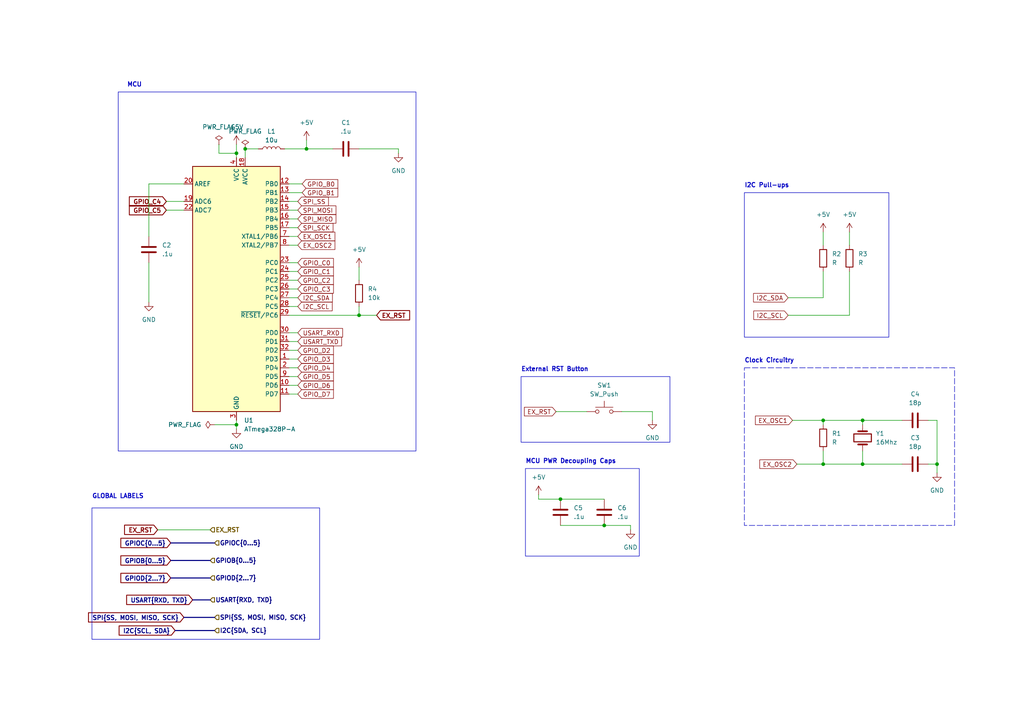
<source format=kicad_sch>
(kicad_sch (version 20230121) (generator eeschema)

  (uuid 7c9119f5-6c09-4948-92f0-14d8d6fbe941)

  (paper "A4")

  (lib_symbols
    (symbol "Device:C" (pin_numbers hide) (pin_names (offset 0.254)) (in_bom yes) (on_board yes)
      (property "Reference" "C" (at 0.635 2.54 0)
        (effects (font (size 1.27 1.27)) (justify left))
      )
      (property "Value" "C" (at 0.635 -2.54 0)
        (effects (font (size 1.27 1.27)) (justify left))
      )
      (property "Footprint" "" (at 0.9652 -3.81 0)
        (effects (font (size 1.27 1.27)) hide)
      )
      (property "Datasheet" "~" (at 0 0 0)
        (effects (font (size 1.27 1.27)) hide)
      )
      (property "ki_keywords" "cap capacitor" (at 0 0 0)
        (effects (font (size 1.27 1.27)) hide)
      )
      (property "ki_description" "Unpolarized capacitor" (at 0 0 0)
        (effects (font (size 1.27 1.27)) hide)
      )
      (property "ki_fp_filters" "C_*" (at 0 0 0)
        (effects (font (size 1.27 1.27)) hide)
      )
      (symbol "C_0_1"
        (polyline
          (pts
            (xy -2.032 -0.762)
            (xy 2.032 -0.762)
          )
          (stroke (width 0.508) (type default))
          (fill (type none))
        )
        (polyline
          (pts
            (xy -2.032 0.762)
            (xy 2.032 0.762)
          )
          (stroke (width 0.508) (type default))
          (fill (type none))
        )
      )
      (symbol "C_1_1"
        (pin passive line (at 0 3.81 270) (length 2.794)
          (name "~" (effects (font (size 1.27 1.27))))
          (number "1" (effects (font (size 1.27 1.27))))
        )
        (pin passive line (at 0 -3.81 90) (length 2.794)
          (name "~" (effects (font (size 1.27 1.27))))
          (number "2" (effects (font (size 1.27 1.27))))
        )
      )
    )
    (symbol "Device:Crystal" (pin_numbers hide) (pin_names (offset 1.016) hide) (in_bom yes) (on_board yes)
      (property "Reference" "Y" (at 0 3.81 0)
        (effects (font (size 1.27 1.27)))
      )
      (property "Value" "Crystal" (at 0 -3.81 0)
        (effects (font (size 1.27 1.27)))
      )
      (property "Footprint" "" (at 0 0 0)
        (effects (font (size 1.27 1.27)) hide)
      )
      (property "Datasheet" "~" (at 0 0 0)
        (effects (font (size 1.27 1.27)) hide)
      )
      (property "ki_keywords" "quartz ceramic resonator oscillator" (at 0 0 0)
        (effects (font (size 1.27 1.27)) hide)
      )
      (property "ki_description" "Two pin crystal" (at 0 0 0)
        (effects (font (size 1.27 1.27)) hide)
      )
      (property "ki_fp_filters" "Crystal*" (at 0 0 0)
        (effects (font (size 1.27 1.27)) hide)
      )
      (symbol "Crystal_0_1"
        (rectangle (start -1.143 2.54) (end 1.143 -2.54)
          (stroke (width 0.3048) (type default))
          (fill (type none))
        )
        (polyline
          (pts
            (xy -2.54 0)
            (xy -1.905 0)
          )
          (stroke (width 0) (type default))
          (fill (type none))
        )
        (polyline
          (pts
            (xy -1.905 -1.27)
            (xy -1.905 1.27)
          )
          (stroke (width 0.508) (type default))
          (fill (type none))
        )
        (polyline
          (pts
            (xy 1.905 -1.27)
            (xy 1.905 1.27)
          )
          (stroke (width 0.508) (type default))
          (fill (type none))
        )
        (polyline
          (pts
            (xy 2.54 0)
            (xy 1.905 0)
          )
          (stroke (width 0) (type default))
          (fill (type none))
        )
      )
      (symbol "Crystal_1_1"
        (pin passive line (at -3.81 0 0) (length 1.27)
          (name "1" (effects (font (size 1.27 1.27))))
          (number "1" (effects (font (size 1.27 1.27))))
        )
        (pin passive line (at 3.81 0 180) (length 1.27)
          (name "2" (effects (font (size 1.27 1.27))))
          (number "2" (effects (font (size 1.27 1.27))))
        )
      )
    )
    (symbol "Device:L" (pin_numbers hide) (pin_names (offset 1.016) hide) (in_bom yes) (on_board yes)
      (property "Reference" "L" (at -1.27 0 90)
        (effects (font (size 1.27 1.27)))
      )
      (property "Value" "L" (at 1.905 0 90)
        (effects (font (size 1.27 1.27)))
      )
      (property "Footprint" "" (at 0 0 0)
        (effects (font (size 1.27 1.27)) hide)
      )
      (property "Datasheet" "~" (at 0 0 0)
        (effects (font (size 1.27 1.27)) hide)
      )
      (property "ki_keywords" "inductor choke coil reactor magnetic" (at 0 0 0)
        (effects (font (size 1.27 1.27)) hide)
      )
      (property "ki_description" "Inductor" (at 0 0 0)
        (effects (font (size 1.27 1.27)) hide)
      )
      (property "ki_fp_filters" "Choke_* *Coil* Inductor_* L_*" (at 0 0 0)
        (effects (font (size 1.27 1.27)) hide)
      )
      (symbol "L_0_1"
        (arc (start 0 -2.54) (mid 0.6323 -1.905) (end 0 -1.27)
          (stroke (width 0) (type default))
          (fill (type none))
        )
        (arc (start 0 -1.27) (mid 0.6323 -0.635) (end 0 0)
          (stroke (width 0) (type default))
          (fill (type none))
        )
        (arc (start 0 0) (mid 0.6323 0.635) (end 0 1.27)
          (stroke (width 0) (type default))
          (fill (type none))
        )
        (arc (start 0 1.27) (mid 0.6323 1.905) (end 0 2.54)
          (stroke (width 0) (type default))
          (fill (type none))
        )
      )
      (symbol "L_1_1"
        (pin passive line (at 0 3.81 270) (length 1.27)
          (name "1" (effects (font (size 1.27 1.27))))
          (number "1" (effects (font (size 1.27 1.27))))
        )
        (pin passive line (at 0 -3.81 90) (length 1.27)
          (name "2" (effects (font (size 1.27 1.27))))
          (number "2" (effects (font (size 1.27 1.27))))
        )
      )
    )
    (symbol "Device:R" (pin_numbers hide) (pin_names (offset 0)) (in_bom yes) (on_board yes)
      (property "Reference" "R" (at 2.032 0 90)
        (effects (font (size 1.27 1.27)))
      )
      (property "Value" "R" (at 0 0 90)
        (effects (font (size 1.27 1.27)))
      )
      (property "Footprint" "" (at -1.778 0 90)
        (effects (font (size 1.27 1.27)) hide)
      )
      (property "Datasheet" "~" (at 0 0 0)
        (effects (font (size 1.27 1.27)) hide)
      )
      (property "ki_keywords" "R res resistor" (at 0 0 0)
        (effects (font (size 1.27 1.27)) hide)
      )
      (property "ki_description" "Resistor" (at 0 0 0)
        (effects (font (size 1.27 1.27)) hide)
      )
      (property "ki_fp_filters" "R_*" (at 0 0 0)
        (effects (font (size 1.27 1.27)) hide)
      )
      (symbol "R_0_1"
        (rectangle (start -1.016 -2.54) (end 1.016 2.54)
          (stroke (width 0.254) (type default))
          (fill (type none))
        )
      )
      (symbol "R_1_1"
        (pin passive line (at 0 3.81 270) (length 1.27)
          (name "~" (effects (font (size 1.27 1.27))))
          (number "1" (effects (font (size 1.27 1.27))))
        )
        (pin passive line (at 0 -3.81 90) (length 1.27)
          (name "~" (effects (font (size 1.27 1.27))))
          (number "2" (effects (font (size 1.27 1.27))))
        )
      )
    )
    (symbol "MCU_Microchip_ATmega:ATmega328P-A" (in_bom yes) (on_board yes)
      (property "Reference" "U" (at -12.7 36.83 0)
        (effects (font (size 1.27 1.27)) (justify left bottom))
      )
      (property "Value" "ATmega328P-A" (at 2.54 -36.83 0)
        (effects (font (size 1.27 1.27)) (justify left top))
      )
      (property "Footprint" "Package_QFP:TQFP-32_7x7mm_P0.8mm" (at 0 0 0)
        (effects (font (size 1.27 1.27) italic) hide)
      )
      (property "Datasheet" "http://ww1.microchip.com/downloads/en/DeviceDoc/ATmega328_P%20AVR%20MCU%20with%20picoPower%20Technology%20Data%20Sheet%2040001984A.pdf" (at 0 0 0)
        (effects (font (size 1.27 1.27)) hide)
      )
      (property "ki_keywords" "AVR 8bit Microcontroller MegaAVR PicoPower" (at 0 0 0)
        (effects (font (size 1.27 1.27)) hide)
      )
      (property "ki_description" "20MHz, 32kB Flash, 2kB SRAM, 1kB EEPROM, TQFP-32" (at 0 0 0)
        (effects (font (size 1.27 1.27)) hide)
      )
      (property "ki_fp_filters" "TQFP*7x7mm*P0.8mm*" (at 0 0 0)
        (effects (font (size 1.27 1.27)) hide)
      )
      (symbol "ATmega328P-A_0_1"
        (rectangle (start -12.7 -35.56) (end 12.7 35.56)
          (stroke (width 0.254) (type default))
          (fill (type background))
        )
      )
      (symbol "ATmega328P-A_1_1"
        (pin bidirectional line (at 15.24 -20.32 180) (length 2.54)
          (name "PD3" (effects (font (size 1.27 1.27))))
          (number "1" (effects (font (size 1.27 1.27))))
        )
        (pin bidirectional line (at 15.24 -27.94 180) (length 2.54)
          (name "PD6" (effects (font (size 1.27 1.27))))
          (number "10" (effects (font (size 1.27 1.27))))
        )
        (pin bidirectional line (at 15.24 -30.48 180) (length 2.54)
          (name "PD7" (effects (font (size 1.27 1.27))))
          (number "11" (effects (font (size 1.27 1.27))))
        )
        (pin bidirectional line (at 15.24 30.48 180) (length 2.54)
          (name "PB0" (effects (font (size 1.27 1.27))))
          (number "12" (effects (font (size 1.27 1.27))))
        )
        (pin bidirectional line (at 15.24 27.94 180) (length 2.54)
          (name "PB1" (effects (font (size 1.27 1.27))))
          (number "13" (effects (font (size 1.27 1.27))))
        )
        (pin bidirectional line (at 15.24 25.4 180) (length 2.54)
          (name "PB2" (effects (font (size 1.27 1.27))))
          (number "14" (effects (font (size 1.27 1.27))))
        )
        (pin bidirectional line (at 15.24 22.86 180) (length 2.54)
          (name "PB3" (effects (font (size 1.27 1.27))))
          (number "15" (effects (font (size 1.27 1.27))))
        )
        (pin bidirectional line (at 15.24 20.32 180) (length 2.54)
          (name "PB4" (effects (font (size 1.27 1.27))))
          (number "16" (effects (font (size 1.27 1.27))))
        )
        (pin bidirectional line (at 15.24 17.78 180) (length 2.54)
          (name "PB5" (effects (font (size 1.27 1.27))))
          (number "17" (effects (font (size 1.27 1.27))))
        )
        (pin power_in line (at 2.54 38.1 270) (length 2.54)
          (name "AVCC" (effects (font (size 1.27 1.27))))
          (number "18" (effects (font (size 1.27 1.27))))
        )
        (pin input line (at -15.24 25.4 0) (length 2.54)
          (name "ADC6" (effects (font (size 1.27 1.27))))
          (number "19" (effects (font (size 1.27 1.27))))
        )
        (pin bidirectional line (at 15.24 -22.86 180) (length 2.54)
          (name "PD4" (effects (font (size 1.27 1.27))))
          (number "2" (effects (font (size 1.27 1.27))))
        )
        (pin passive line (at -15.24 30.48 0) (length 2.54)
          (name "AREF" (effects (font (size 1.27 1.27))))
          (number "20" (effects (font (size 1.27 1.27))))
        )
        (pin passive line (at 0 -38.1 90) (length 2.54) hide
          (name "GND" (effects (font (size 1.27 1.27))))
          (number "21" (effects (font (size 1.27 1.27))))
        )
        (pin input line (at -15.24 22.86 0) (length 2.54)
          (name "ADC7" (effects (font (size 1.27 1.27))))
          (number "22" (effects (font (size 1.27 1.27))))
        )
        (pin bidirectional line (at 15.24 7.62 180) (length 2.54)
          (name "PC0" (effects (font (size 1.27 1.27))))
          (number "23" (effects (font (size 1.27 1.27))))
        )
        (pin bidirectional line (at 15.24 5.08 180) (length 2.54)
          (name "PC1" (effects (font (size 1.27 1.27))))
          (number "24" (effects (font (size 1.27 1.27))))
        )
        (pin bidirectional line (at 15.24 2.54 180) (length 2.54)
          (name "PC2" (effects (font (size 1.27 1.27))))
          (number "25" (effects (font (size 1.27 1.27))))
        )
        (pin bidirectional line (at 15.24 0 180) (length 2.54)
          (name "PC3" (effects (font (size 1.27 1.27))))
          (number "26" (effects (font (size 1.27 1.27))))
        )
        (pin bidirectional line (at 15.24 -2.54 180) (length 2.54)
          (name "PC4" (effects (font (size 1.27 1.27))))
          (number "27" (effects (font (size 1.27 1.27))))
        )
        (pin bidirectional line (at 15.24 -5.08 180) (length 2.54)
          (name "PC5" (effects (font (size 1.27 1.27))))
          (number "28" (effects (font (size 1.27 1.27))))
        )
        (pin bidirectional line (at 15.24 -7.62 180) (length 2.54)
          (name "~{RESET}/PC6" (effects (font (size 1.27 1.27))))
          (number "29" (effects (font (size 1.27 1.27))))
        )
        (pin power_in line (at 0 -38.1 90) (length 2.54)
          (name "GND" (effects (font (size 1.27 1.27))))
          (number "3" (effects (font (size 1.27 1.27))))
        )
        (pin bidirectional line (at 15.24 -12.7 180) (length 2.54)
          (name "PD0" (effects (font (size 1.27 1.27))))
          (number "30" (effects (font (size 1.27 1.27))))
        )
        (pin bidirectional line (at 15.24 -15.24 180) (length 2.54)
          (name "PD1" (effects (font (size 1.27 1.27))))
          (number "31" (effects (font (size 1.27 1.27))))
        )
        (pin bidirectional line (at 15.24 -17.78 180) (length 2.54)
          (name "PD2" (effects (font (size 1.27 1.27))))
          (number "32" (effects (font (size 1.27 1.27))))
        )
        (pin power_in line (at 0 38.1 270) (length 2.54)
          (name "VCC" (effects (font (size 1.27 1.27))))
          (number "4" (effects (font (size 1.27 1.27))))
        )
        (pin passive line (at 0 -38.1 90) (length 2.54) hide
          (name "GND" (effects (font (size 1.27 1.27))))
          (number "5" (effects (font (size 1.27 1.27))))
        )
        (pin passive line (at 0 38.1 270) (length 2.54) hide
          (name "VCC" (effects (font (size 1.27 1.27))))
          (number "6" (effects (font (size 1.27 1.27))))
        )
        (pin bidirectional line (at 15.24 15.24 180) (length 2.54)
          (name "XTAL1/PB6" (effects (font (size 1.27 1.27))))
          (number "7" (effects (font (size 1.27 1.27))))
        )
        (pin bidirectional line (at 15.24 12.7 180) (length 2.54)
          (name "XTAL2/PB7" (effects (font (size 1.27 1.27))))
          (number "8" (effects (font (size 1.27 1.27))))
        )
        (pin bidirectional line (at 15.24 -25.4 180) (length 2.54)
          (name "PD5" (effects (font (size 1.27 1.27))))
          (number "9" (effects (font (size 1.27 1.27))))
        )
      )
    )
    (symbol "Switch:SW_Push" (pin_numbers hide) (pin_names (offset 1.016) hide) (in_bom yes) (on_board yes)
      (property "Reference" "SW" (at 1.27 2.54 0)
        (effects (font (size 1.27 1.27)) (justify left))
      )
      (property "Value" "SW_Push" (at 0 -1.524 0)
        (effects (font (size 1.27 1.27)))
      )
      (property "Footprint" "" (at 0 5.08 0)
        (effects (font (size 1.27 1.27)) hide)
      )
      (property "Datasheet" "~" (at 0 5.08 0)
        (effects (font (size 1.27 1.27)) hide)
      )
      (property "ki_keywords" "switch normally-open pushbutton push-button" (at 0 0 0)
        (effects (font (size 1.27 1.27)) hide)
      )
      (property "ki_description" "Push button switch, generic, two pins" (at 0 0 0)
        (effects (font (size 1.27 1.27)) hide)
      )
      (symbol "SW_Push_0_1"
        (circle (center -2.032 0) (radius 0.508)
          (stroke (width 0) (type default))
          (fill (type none))
        )
        (polyline
          (pts
            (xy 0 1.27)
            (xy 0 3.048)
          )
          (stroke (width 0) (type default))
          (fill (type none))
        )
        (polyline
          (pts
            (xy 2.54 1.27)
            (xy -2.54 1.27)
          )
          (stroke (width 0) (type default))
          (fill (type none))
        )
        (circle (center 2.032 0) (radius 0.508)
          (stroke (width 0) (type default))
          (fill (type none))
        )
        (pin passive line (at -5.08 0 0) (length 2.54)
          (name "1" (effects (font (size 1.27 1.27))))
          (number "1" (effects (font (size 1.27 1.27))))
        )
        (pin passive line (at 5.08 0 180) (length 2.54)
          (name "2" (effects (font (size 1.27 1.27))))
          (number "2" (effects (font (size 1.27 1.27))))
        )
      )
    )
    (symbol "power:+5V" (power) (pin_names (offset 0)) (in_bom yes) (on_board yes)
      (property "Reference" "#PWR" (at 0 -3.81 0)
        (effects (font (size 1.27 1.27)) hide)
      )
      (property "Value" "+5V" (at 0 3.556 0)
        (effects (font (size 1.27 1.27)))
      )
      (property "Footprint" "" (at 0 0 0)
        (effects (font (size 1.27 1.27)) hide)
      )
      (property "Datasheet" "" (at 0 0 0)
        (effects (font (size 1.27 1.27)) hide)
      )
      (property "ki_keywords" "global power" (at 0 0 0)
        (effects (font (size 1.27 1.27)) hide)
      )
      (property "ki_description" "Power symbol creates a global label with name \"+5V\"" (at 0 0 0)
        (effects (font (size 1.27 1.27)) hide)
      )
      (symbol "+5V_0_1"
        (polyline
          (pts
            (xy -0.762 1.27)
            (xy 0 2.54)
          )
          (stroke (width 0) (type default))
          (fill (type none))
        )
        (polyline
          (pts
            (xy 0 0)
            (xy 0 2.54)
          )
          (stroke (width 0) (type default))
          (fill (type none))
        )
        (polyline
          (pts
            (xy 0 2.54)
            (xy 0.762 1.27)
          )
          (stroke (width 0) (type default))
          (fill (type none))
        )
      )
      (symbol "+5V_1_1"
        (pin power_in line (at 0 0 90) (length 0) hide
          (name "+5V" (effects (font (size 1.27 1.27))))
          (number "1" (effects (font (size 1.27 1.27))))
        )
      )
    )
    (symbol "power:GND" (power) (pin_names (offset 0)) (in_bom yes) (on_board yes)
      (property "Reference" "#PWR" (at 0 -6.35 0)
        (effects (font (size 1.27 1.27)) hide)
      )
      (property "Value" "GND" (at 0 -3.81 0)
        (effects (font (size 1.27 1.27)))
      )
      (property "Footprint" "" (at 0 0 0)
        (effects (font (size 1.27 1.27)) hide)
      )
      (property "Datasheet" "" (at 0 0 0)
        (effects (font (size 1.27 1.27)) hide)
      )
      (property "ki_keywords" "global power" (at 0 0 0)
        (effects (font (size 1.27 1.27)) hide)
      )
      (property "ki_description" "Power symbol creates a global label with name \"GND\" , ground" (at 0 0 0)
        (effects (font (size 1.27 1.27)) hide)
      )
      (symbol "GND_0_1"
        (polyline
          (pts
            (xy 0 0)
            (xy 0 -1.27)
            (xy 1.27 -1.27)
            (xy 0 -2.54)
            (xy -1.27 -1.27)
            (xy 0 -1.27)
          )
          (stroke (width 0) (type default))
          (fill (type none))
        )
      )
      (symbol "GND_1_1"
        (pin power_in line (at 0 0 270) (length 0) hide
          (name "GND" (effects (font (size 1.27 1.27))))
          (number "1" (effects (font (size 1.27 1.27))))
        )
      )
    )
    (symbol "power:PWR_FLAG" (power) (pin_numbers hide) (pin_names (offset 0) hide) (in_bom yes) (on_board yes)
      (property "Reference" "#FLG" (at 0 1.905 0)
        (effects (font (size 1.27 1.27)) hide)
      )
      (property "Value" "PWR_FLAG" (at 0 3.81 0)
        (effects (font (size 1.27 1.27)))
      )
      (property "Footprint" "" (at 0 0 0)
        (effects (font (size 1.27 1.27)) hide)
      )
      (property "Datasheet" "~" (at 0 0 0)
        (effects (font (size 1.27 1.27)) hide)
      )
      (property "ki_keywords" "flag power" (at 0 0 0)
        (effects (font (size 1.27 1.27)) hide)
      )
      (property "ki_description" "Special symbol for telling ERC where power comes from" (at 0 0 0)
        (effects (font (size 1.27 1.27)) hide)
      )
      (symbol "PWR_FLAG_0_0"
        (pin power_out line (at 0 0 90) (length 0)
          (name "pwr" (effects (font (size 1.27 1.27))))
          (number "1" (effects (font (size 1.27 1.27))))
        )
      )
      (symbol "PWR_FLAG_0_1"
        (polyline
          (pts
            (xy 0 0)
            (xy 0 1.27)
            (xy -1.016 1.905)
            (xy 0 2.54)
            (xy 1.016 1.905)
            (xy 0 1.27)
          )
          (stroke (width 0) (type default))
          (fill (type none))
        )
      )
    )
  )

  (junction (at 250.19 121.92) (diameter 0) (color 0 0 0 0)
    (uuid 03ccc1e5-4bb4-4312-b116-04bd67b6b63a)
  )
  (junction (at 68.58 44.45) (diameter 0) (color 0 0 0 0)
    (uuid 09b4c0ab-a384-4f8d-8dc6-c3d64dde9f9d)
  )
  (junction (at 104.14 91.44) (diameter 0) (color 0 0 0 0)
    (uuid 0e3ca338-db53-45e7-8953-248775565cbe)
  )
  (junction (at 71.12 43.18) (diameter 0) (color 0 0 0 0)
    (uuid 5a0ab97c-1031-4445-aba0-b8ff6fa437e5)
  )
  (junction (at 250.19 134.62) (diameter 0) (color 0 0 0 0)
    (uuid 5b27f045-dee9-491d-84c3-01df9e29137e)
  )
  (junction (at 68.58 123.19) (diameter 0) (color 0 0 0 0)
    (uuid 7dba0a9b-f524-4aa3-b144-94925331646a)
  )
  (junction (at 238.76 121.92) (diameter 0) (color 0 0 0 0)
    (uuid 91ff9796-05c2-40ce-8b01-40b8f11f6480)
  )
  (junction (at 271.78 134.62) (diameter 0) (color 0 0 0 0)
    (uuid 9d9e0b87-eb90-40b6-90f2-51f8856fa1bf)
  )
  (junction (at 162.56 144.78) (diameter 0) (color 0 0 0 0)
    (uuid c179fc04-67df-482e-830d-8afdfc468fa6)
  )
  (junction (at 238.76 134.62) (diameter 0) (color 0 0 0 0)
    (uuid c6a63a8f-0674-4a82-b954-a6544e8d2f7f)
  )
  (junction (at 175.26 152.4) (diameter 0) (color 0 0 0 0)
    (uuid f51d4d4d-714b-4547-ac1f-eaaf26404384)
  )
  (junction (at 88.9 43.18) (diameter 0) (color 0 0 0 0)
    (uuid fbd06a39-d145-4b34-9d0b-5d22b797854e)
  )

  (wire (pts (xy 43.18 76.2) (xy 43.18 87.63))
    (stroke (width 0) (type default))
    (uuid 0299c6f1-9960-40eb-8789-e4c9a7802a18)
  )
  (wire (pts (xy 71.12 43.18) (xy 74.93 43.18))
    (stroke (width 0) (type default))
    (uuid 066cbe57-3150-4d6b-a19d-ff38e6f9cd4a)
  )
  (wire (pts (xy 271.78 121.92) (xy 271.78 134.62))
    (stroke (width 0) (type default))
    (uuid 097e9751-cbaa-4915-a572-20c24ab81041)
  )
  (wire (pts (xy 83.82 106.68) (xy 86.36 106.68))
    (stroke (width 0) (type default))
    (uuid 099b7c01-f6ab-4085-991d-6ff35843ef5f)
  )
  (wire (pts (xy 161.29 119.38) (xy 170.18 119.38))
    (stroke (width 0) (type default))
    (uuid 1465321d-f713-4e18-93a7-2dfe9a025023)
  )
  (wire (pts (xy 83.82 68.58) (xy 86.36 68.58))
    (stroke (width 0) (type default))
    (uuid 14d9603d-3b66-4e0e-a17c-855482e5d207)
  )
  (wire (pts (xy 83.82 81.28) (xy 86.36 81.28))
    (stroke (width 0) (type default))
    (uuid 18af946d-f68a-4578-8c7a-f899b758ce62)
  )
  (wire (pts (xy 83.82 96.52) (xy 86.36 96.52))
    (stroke (width 0) (type default))
    (uuid 1920db22-4688-4444-8fdc-881c0f83ad4d)
  )
  (wire (pts (xy 269.24 134.62) (xy 271.78 134.62))
    (stroke (width 0) (type default))
    (uuid 1d66bc5f-44e8-4ea3-8cc9-1d7e83d28ad9)
  )
  (wire (pts (xy 104.14 91.44) (xy 109.22 91.44))
    (stroke (width 0) (type default))
    (uuid 2118237c-d89f-46eb-b543-542229a5bc8f)
  )
  (bus (pts (xy 49.53 157.48) (xy 62.23 157.48))
    (stroke (width 0) (type default))
    (uuid 24aca1f4-9764-4bb9-8d1e-a1dfbe31e6b2)
  )

  (wire (pts (xy 68.58 41.91) (xy 68.58 44.45))
    (stroke (width 0) (type default))
    (uuid 2655d7a3-5b86-4041-b2cd-6e48f2a640ad)
  )
  (wire (pts (xy 250.19 121.92) (xy 250.19 123.19))
    (stroke (width 0) (type default))
    (uuid 2da00ea1-96dc-4e60-a36a-45261615d112)
  )
  (wire (pts (xy 83.82 53.34) (xy 87.63 53.34))
    (stroke (width 0) (type default))
    (uuid 3c7acff7-1da2-4950-9795-b7264ace3ef1)
  )
  (wire (pts (xy 62.23 123.19) (xy 68.58 123.19))
    (stroke (width 0) (type default))
    (uuid 400ab09a-dbd8-43bc-9c33-72fb8862c6f6)
  )
  (wire (pts (xy 83.82 101.6) (xy 86.36 101.6))
    (stroke (width 0) (type default))
    (uuid 44bca2b7-1b3b-4adc-8938-9bf04d1bde74)
  )
  (wire (pts (xy 88.9 43.18) (xy 96.52 43.18))
    (stroke (width 0) (type default))
    (uuid 4599cef6-d903-479d-9fcb-e084e4d40ca3)
  )
  (wire (pts (xy 83.82 114.3) (xy 86.36 114.3))
    (stroke (width 0) (type default))
    (uuid 528b3a94-d74c-4618-acaa-2ef0db524be0)
  )
  (wire (pts (xy 229.87 121.92) (xy 238.76 121.92))
    (stroke (width 0) (type default))
    (uuid 5707409e-204b-4fae-8fad-2d359104e9df)
  )
  (bus (pts (xy 49.53 162.56) (xy 60.96 162.56))
    (stroke (width 0) (type default))
    (uuid 57fc29c9-866e-469f-88a1-45b90a849013)
  )

  (wire (pts (xy 53.34 53.34) (xy 43.18 53.34))
    (stroke (width 0) (type default))
    (uuid 5b1c4cad-ca06-4404-852a-7c6da937cd91)
  )
  (wire (pts (xy 228.6 86.36) (xy 238.76 86.36))
    (stroke (width 0) (type default))
    (uuid 5c1fd791-4853-4cab-826a-34dc8c1f209d)
  )
  (wire (pts (xy 115.57 43.18) (xy 115.57 44.45))
    (stroke (width 0) (type default))
    (uuid 5cf4af89-0520-475b-9c70-60e7c3914e1d)
  )
  (wire (pts (xy 156.21 144.78) (xy 162.56 144.78))
    (stroke (width 0) (type default))
    (uuid 5da39604-ece7-4618-959d-484597165dfa)
  )
  (wire (pts (xy 180.34 119.38) (xy 189.23 119.38))
    (stroke (width 0) (type default))
    (uuid 62b4a7d7-c290-449e-b58f-40115e98568d)
  )
  (wire (pts (xy 88.9 40.64) (xy 88.9 43.18))
    (stroke (width 0) (type default))
    (uuid 64f3d420-c322-428a-85f2-333273f96991)
  )
  (wire (pts (xy 71.12 45.72) (xy 71.12 43.18))
    (stroke (width 0) (type default))
    (uuid 6849f8b9-59d3-47b6-b67b-df82f685a3e3)
  )
  (wire (pts (xy 83.82 58.42) (xy 86.36 58.42))
    (stroke (width 0) (type default))
    (uuid 6b313984-f4f7-48ed-af50-95d4ab8e31de)
  )
  (wire (pts (xy 83.82 66.04) (xy 86.36 66.04))
    (stroke (width 0) (type default))
    (uuid 71013b02-fdc8-4476-a6a5-2ca9d4fd480b)
  )
  (wire (pts (xy 63.5 44.45) (xy 68.58 44.45))
    (stroke (width 0) (type default))
    (uuid 76112f17-f197-4bb3-a6c9-f06d18cc0df5)
  )
  (wire (pts (xy 48.26 60.96) (xy 53.34 60.96))
    (stroke (width 0) (type default))
    (uuid 77c80ba8-7e04-4e4d-a361-5eeffd2c669d)
  )
  (wire (pts (xy 48.26 58.42) (xy 53.34 58.42))
    (stroke (width 0) (type default))
    (uuid 7854e3a5-102a-4182-9cee-9e7750f05283)
  )
  (wire (pts (xy 104.14 77.47) (xy 104.14 81.28))
    (stroke (width 0) (type default))
    (uuid 7cd7775a-8096-4756-a8c7-6905874fce80)
  )
  (wire (pts (xy 83.82 63.5) (xy 86.36 63.5))
    (stroke (width 0) (type default))
    (uuid 80f74046-fe14-494f-bab1-f9e200c08dae)
  )
  (wire (pts (xy 83.82 76.2) (xy 86.36 76.2))
    (stroke (width 0) (type default))
    (uuid 82dcea8c-f124-4395-90e1-ff3dab12d619)
  )
  (wire (pts (xy 246.38 78.74) (xy 246.38 91.44))
    (stroke (width 0) (type default))
    (uuid 84e4d5eb-a29f-4d72-934b-d3d90554a3ed)
  )
  (wire (pts (xy 238.76 86.36) (xy 238.76 78.74))
    (stroke (width 0) (type default))
    (uuid 85c80876-e472-4d7c-815c-1e19dd409801)
  )
  (wire (pts (xy 83.82 78.74) (xy 86.36 78.74))
    (stroke (width 0) (type default))
    (uuid 8777bbff-c9ba-4b88-9244-15c0d2a8d1c2)
  )
  (wire (pts (xy 83.82 104.14) (xy 86.36 104.14))
    (stroke (width 0) (type default))
    (uuid 889bb8f3-75ce-4d79-8055-6a93045d1405)
  )
  (wire (pts (xy 63.5 41.91) (xy 63.5 44.45))
    (stroke (width 0) (type default))
    (uuid 8a205396-3b7d-44ed-b7cc-49104d788a02)
  )
  (wire (pts (xy 68.58 121.92) (xy 68.58 123.19))
    (stroke (width 0) (type default))
    (uuid 8b2f6748-f22f-48bd-8ee2-42c7e71122fd)
  )
  (wire (pts (xy 83.82 83.82) (xy 86.36 83.82))
    (stroke (width 0) (type default))
    (uuid 8c28e9a4-a6b6-42d1-9c7a-fdf9b6dbcc50)
  )
  (wire (pts (xy 104.14 88.9) (xy 104.14 91.44))
    (stroke (width 0) (type default))
    (uuid 8cc354fd-0cc8-4216-98e3-3ed35bbae0e6)
  )
  (wire (pts (xy 156.21 143.51) (xy 156.21 144.78))
    (stroke (width 0) (type default))
    (uuid 8f59e20e-a746-4f13-9983-339c8a486e79)
  )
  (wire (pts (xy 271.78 134.62) (xy 271.78 137.16))
    (stroke (width 0) (type default))
    (uuid 93daeecd-1917-445d-aece-85f51cdb467f)
  )
  (wire (pts (xy 83.82 71.12) (xy 86.36 71.12))
    (stroke (width 0) (type default))
    (uuid 9475b7b8-340e-467f-8f8c-2438f2bb9e67)
  )
  (wire (pts (xy 83.82 86.36) (xy 86.36 86.36))
    (stroke (width 0) (type default))
    (uuid 98df8f0f-35de-4bd2-9c89-e6dc7539583d)
  )
  (bus (pts (xy 49.53 167.64) (xy 60.96 167.64))
    (stroke (width 0) (type default))
    (uuid 9b6b6a76-afdd-4c46-9579-f8b7e6d6a414)
  )

  (wire (pts (xy 83.82 109.22) (xy 86.36 109.22))
    (stroke (width 0) (type default))
    (uuid 9c03a17d-afff-41e1-bd41-51e494f0dd88)
  )
  (wire (pts (xy 83.82 91.44) (xy 104.14 91.44))
    (stroke (width 0) (type default))
    (uuid 9dd10164-2730-492d-a3e7-936deb45aab1)
  )
  (wire (pts (xy 250.19 121.92) (xy 261.62 121.92))
    (stroke (width 0) (type default))
    (uuid a353a31b-c9b5-480c-b008-0ada8a4dc670)
  )
  (bus (pts (xy 53.34 179.07) (xy 62.23 179.07))
    (stroke (width 0) (type default))
    (uuid aa3c840e-f501-4852-a9d6-05f2be1f1529)
  )
  (bus (pts (xy 55.88 173.99) (xy 60.96 173.99))
    (stroke (width 0) (type default))
    (uuid ae8ba33e-ccae-4d96-b923-9ab9e5a546ce)
  )

  (wire (pts (xy 246.38 67.31) (xy 246.38 71.12))
    (stroke (width 0) (type default))
    (uuid b35d3205-779a-4fcd-8f52-0a7cc2bca8f7)
  )
  (wire (pts (xy 162.56 152.4) (xy 175.26 152.4))
    (stroke (width 0) (type default))
    (uuid b3a13de1-4ee6-4b95-8806-9b1d61370337)
  )
  (wire (pts (xy 68.58 44.45) (xy 68.58 45.72))
    (stroke (width 0) (type default))
    (uuid b93523f8-1480-48d8-9bbf-a7fd5f3446da)
  )
  (wire (pts (xy 175.26 152.4) (xy 182.88 152.4))
    (stroke (width 0) (type default))
    (uuid baddccb5-6f01-4ec2-8b99-8a70be0a1b0f)
  )
  (wire (pts (xy 250.19 130.81) (xy 250.19 134.62))
    (stroke (width 0) (type default))
    (uuid bfa84441-20d5-4985-882a-1cea4ea3a6f3)
  )
  (wire (pts (xy 82.55 43.18) (xy 88.9 43.18))
    (stroke (width 0) (type default))
    (uuid bfef04b2-6faa-453e-bf59-98e3c09652ca)
  )
  (wire (pts (xy 189.23 119.38) (xy 189.23 121.92))
    (stroke (width 0) (type default))
    (uuid c18b0ed6-0ef3-4128-94c6-68e67e75c70d)
  )
  (wire (pts (xy 238.76 134.62) (xy 250.19 134.62))
    (stroke (width 0) (type default))
    (uuid c56c0cf6-a121-43dc-bbab-699255869283)
  )
  (wire (pts (xy 104.14 43.18) (xy 115.57 43.18))
    (stroke (width 0) (type default))
    (uuid c6ef5829-40eb-4616-b63a-9bbbc65e2aa0)
  )
  (wire (pts (xy 68.58 123.19) (xy 68.58 124.46))
    (stroke (width 0) (type default))
    (uuid c89051ca-176c-4d9a-b537-b046165b6431)
  )
  (wire (pts (xy 250.19 134.62) (xy 261.62 134.62))
    (stroke (width 0) (type default))
    (uuid cd590dc8-2d92-4c1f-a3dd-39bcd4cd66a9)
  )
  (wire (pts (xy 83.82 60.96) (xy 86.36 60.96))
    (stroke (width 0) (type default))
    (uuid d0003b87-97ce-44e2-bc29-73eb0257597f)
  )
  (wire (pts (xy 238.76 67.31) (xy 238.76 71.12))
    (stroke (width 0) (type default))
    (uuid d3a346e5-12cd-4bd5-b28c-6ee6c5584654)
  )
  (bus (pts (xy 50.8 182.88) (xy 62.23 182.88))
    (stroke (width 0) (type default))
    (uuid d758c812-2375-4701-af6b-9df554126a22)
  )

  (wire (pts (xy 182.88 152.4) (xy 182.88 153.67))
    (stroke (width 0) (type default))
    (uuid dbb1aac7-020a-4cbb-bbac-55aeb3fbaf11)
  )
  (wire (pts (xy 228.6 91.44) (xy 246.38 91.44))
    (stroke (width 0) (type default))
    (uuid dc4e9a29-26f7-4ef8-ae1b-9ed7504624eb)
  )
  (wire (pts (xy 43.18 53.34) (xy 43.18 68.58))
    (stroke (width 0) (type default))
    (uuid e0e08156-fd5a-4692-a857-4a4a5221807b)
  )
  (wire (pts (xy 238.76 130.81) (xy 238.76 134.62))
    (stroke (width 0) (type default))
    (uuid e11f7457-d415-4daa-851c-46fa7e58f582)
  )
  (wire (pts (xy 269.24 121.92) (xy 271.78 121.92))
    (stroke (width 0) (type default))
    (uuid e5eccc6e-cff3-44f6-ac71-d6ff99d1d8c3)
  )
  (wire (pts (xy 83.82 99.06) (xy 86.36 99.06))
    (stroke (width 0) (type default))
    (uuid e8e63cdc-9efc-4087-9637-96f4b436990f)
  )
  (wire (pts (xy 83.82 88.9) (xy 86.36 88.9))
    (stroke (width 0) (type default))
    (uuid e93e91bf-9814-46ef-b9ca-a100a79eeb9f)
  )
  (wire (pts (xy 238.76 121.92) (xy 238.76 123.19))
    (stroke (width 0) (type default))
    (uuid e9f82b02-5902-43b9-b4c1-cd113e52b423)
  )
  (wire (pts (xy 162.56 144.78) (xy 175.26 144.78))
    (stroke (width 0) (type default))
    (uuid ea733e1f-867a-4cab-983c-535d68920f5c)
  )
  (wire (pts (xy 45.72 153.67) (xy 60.96 153.67))
    (stroke (width 0) (type default))
    (uuid efa7252e-1c4d-4576-ad00-f86b5de85c98)
  )
  (wire (pts (xy 238.76 121.92) (xy 250.19 121.92))
    (stroke (width 0) (type default))
    (uuid f43f5fc7-4ad3-4eae-be97-78f1d6cc74d1)
  )
  (wire (pts (xy 231.14 134.62) (xy 238.76 134.62))
    (stroke (width 0) (type default))
    (uuid f6fb64c1-57de-4d67-a01e-bcedb1f80e03)
  )
  (wire (pts (xy 83.82 111.76) (xy 86.36 111.76))
    (stroke (width 0) (type default))
    (uuid f9bd6e7a-9e31-409a-9735-580451fa643a)
  )
  (wire (pts (xy 83.82 55.88) (xy 87.63 55.88))
    (stroke (width 0) (type default))
    (uuid fa2f5da3-ad57-4f60-925a-7024fe3d92f3)
  )

  (rectangle (start 152.4 135.89) (end 185.42 161.29)
    (stroke (width 0) (type default))
    (fill (type none))
    (uuid 2d1cf4af-4908-4188-962e-f8ed37fcb358)
  )
  (rectangle (start 215.9 55.88) (end 257.81 97.79)
    (stroke (width 0) (type default))
    (fill (type none))
    (uuid 6f4294aa-534f-412f-a5c5-83339a220115)
  )
  (rectangle (start 151.13 109.22) (end 194.31 128.27)
    (stroke (width 0) (type default))
    (fill (type none))
    (uuid 7234db9e-1abd-4a3b-bb12-b8b8d32f89d4)
  )
  (rectangle (start 215.9 106.68) (end 276.86 152.4)
    (stroke (width 0) (type dash))
    (fill (type none))
    (uuid 875a0a6e-f392-4b65-aa37-0bb0f6d5f6f3)
  )
  (rectangle (start 26.67 147.32) (end 92.71 185.42)
    (stroke (width 0) (type default))
    (fill (type none))
    (uuid 9e392e90-2110-476a-9bcb-9e5c3ddf0399)
  )
  (rectangle (start 34.29 26.67) (end 120.65 130.81)
    (stroke (width 0) (type default))
    (fill (type none))
    (uuid b1379bf6-c944-406b-bc4c-1a4ff6edd7ad)
  )

  (text "MCU" (at 36.83 25.4 0)
    (effects (font (size 1.27 1.27) (thickness 0.254) bold) (justify left bottom))
    (uuid 348d47b7-d429-481c-adde-01542f11e1d7)
  )
  (text "MCU PWR Decoupling Caps\n" (at 152.4 134.62 0)
    (effects (font (size 1.27 1.27) (thickness 0.254) bold) (justify left bottom))
    (uuid 47d7cc2c-a78d-4faa-ae7b-1fef11d0ff0e)
  )
  (text "External RST Button\n" (at 151.13 107.95 0)
    (effects (font (size 1.27 1.27) (thickness 0.254) bold) (justify left bottom))
    (uuid 4bb1cbb6-dbcb-4a63-a26c-d9b83aaf8a23)
  )
  (text "Clock Circuitry\n" (at 215.9 105.41 0)
    (effects (font (size 1.27 1.27) (thickness 0.254) bold) (justify left bottom))
    (uuid b4c703c2-5470-40bd-bbcf-1d8cc51f0863)
  )
  (text "I2C Pull-ups\n" (at 215.9 54.61 0)
    (effects (font (size 1.27 1.27) (thickness 0.254) bold) (justify left bottom))
    (uuid c7efc859-78f0-4b63-b956-8ba109ba10f7)
  )
  (text "GLOBAL LABELS\n" (at 26.67 144.78 0)
    (effects (font (size 1.27 1.27) bold) (justify left bottom))
    (uuid eaa9cb14-8e0f-463b-a40f-ecf0010f6e1b)
  )

  (global_label "EX_RST" (shape input) (at 161.29 119.38 180) (fields_autoplaced)
    (effects (font (size 1.27 1.27)) (justify right))
    (uuid 0d5a395f-7fc9-4a0e-8ad3-9a65d202231e)
    (property "Intersheetrefs" "${INTERSHEET_REFS}" (at 151.5316 119.38 0)
      (effects (font (size 1.27 1.27)) (justify right) hide)
    )
  )
  (global_label "SPI_MOSI" (shape input) (at 86.36 60.96 0) (fields_autoplaced)
    (effects (font (size 1.27 1.27)) (justify left))
    (uuid 10257ec8-c5bb-45da-addf-a640ca796b3b)
    (property "Intersheetrefs" "${INTERSHEET_REFS}" (at 97.9933 60.96 0)
      (effects (font (size 1.27 1.27)) (justify left) hide)
    )
  )
  (global_label "I2C_SCL" (shape input) (at 86.36 88.9 0) (fields_autoplaced)
    (effects (font (size 1.27 1.27)) (justify left))
    (uuid 1486eb21-e582-4b3e-b643-b7521592f73c)
    (property "Intersheetrefs" "${INTERSHEET_REFS}" (at 96.9047 88.9 0)
      (effects (font (size 1.27 1.27)) (justify left) hide)
    )
  )
  (global_label "GPIO_D3" (shape input) (at 86.36 104.14 0) (fields_autoplaced)
    (effects (font (size 1.27 1.27)) (justify left))
    (uuid 17a8f109-a37a-4f8b-a651-d0efee05bae9)
    (property "Intersheetrefs" "${INTERSHEET_REFS}" (at 97.2676 104.14 0)
      (effects (font (size 1.27 1.27)) (justify left) hide)
    )
  )
  (global_label "GPIOC{0...5}" (shape input) (at 49.53 157.48 180) (fields_autoplaced)
    (effects (font (size 1.27 1.27) bold) (justify right))
    (uuid 18c6ef77-a432-4177-8e30-be9eb319c184)
    (property "Intersheetrefs" "${INTERSHEET_REFS}" (at 34.3967 157.48 0)
      (effects (font (size 1.27 1.27)) (justify right) hide)
    )
  )
  (global_label "USART_TXD" (shape input) (at 86.36 99.06 0) (fields_autoplaced)
    (effects (font (size 1.27 1.27)) (justify left))
    (uuid 1d9a214c-7b02-44f1-941a-c2920fe84e0a)
    (property "Intersheetrefs" "${INTERSHEET_REFS}" (at 99.6261 99.06 0)
      (effects (font (size 1.27 1.27)) (justify left) hide)
    )
  )
  (global_label "GPIO_D2" (shape input) (at 86.36 101.6 0) (fields_autoplaced)
    (effects (font (size 1.27 1.27)) (justify left))
    (uuid 20f338ac-f09e-48ed-ae33-72ca493e1b0d)
    (property "Intersheetrefs" "${INTERSHEET_REFS}" (at 97.2676 101.6 0)
      (effects (font (size 1.27 1.27)) (justify left) hide)
    )
  )
  (global_label "SPI_MISO" (shape input) (at 86.36 63.5 0) (fields_autoplaced)
    (effects (font (size 1.27 1.27)) (justify left))
    (uuid 289f9875-a6b3-45c6-8cb9-5254f6bc51b3)
    (property "Intersheetrefs" "${INTERSHEET_REFS}" (at 97.9933 63.5 0)
      (effects (font (size 1.27 1.27)) (justify left) hide)
    )
  )
  (global_label "GPIO_C0" (shape input) (at 86.36 76.2 0) (fields_autoplaced)
    (effects (font (size 1.27 1.27)) (justify left))
    (uuid 2c975d09-1ba1-4507-ba76-aec4cf0dc322)
    (property "Intersheetrefs" "${INTERSHEET_REFS}" (at 97.2676 76.2 0)
      (effects (font (size 1.27 1.27)) (justify left) hide)
    )
  )
  (global_label "GPIO_D5" (shape input) (at 86.36 109.22 0) (fields_autoplaced)
    (effects (font (size 1.27 1.27)) (justify left))
    (uuid 36a0b034-d53c-47a4-bab0-4aa9d66bc738)
    (property "Intersheetrefs" "${INTERSHEET_REFS}" (at 97.2676 109.22 0)
      (effects (font (size 1.27 1.27)) (justify left) hide)
    )
  )
  (global_label "GPIO_D7" (shape input) (at 86.36 114.3 0) (fields_autoplaced)
    (effects (font (size 1.27 1.27)) (justify left))
    (uuid 3e089e97-bf90-4b9f-9855-e1eaf435b083)
    (property "Intersheetrefs" "${INTERSHEET_REFS}" (at 97.2676 114.3 0)
      (effects (font (size 1.27 1.27)) (justify left) hide)
    )
  )
  (global_label "GPIO_C5" (shape input) (at 48.26 60.96 180) (fields_autoplaced)
    (effects (font (size 1.27 1.27) bold) (justify right))
    (uuid 3e94103a-db9e-42ce-a96c-870e27643c81)
    (property "Intersheetrefs" "${INTERSHEET_REFS}" (at 36.8764 60.96 0)
      (effects (font (size 1.27 1.27)) (justify right) hide)
    )
  )
  (global_label "I2C_SCL" (shape input) (at 228.6 91.44 180) (fields_autoplaced)
    (effects (font (size 1.27 1.27)) (justify right))
    (uuid 43f3a81a-e92f-44d5-b35c-5cc9f82aa5c0)
    (property "Intersheetrefs" "${INTERSHEET_REFS}" (at 218.0553 91.44 0)
      (effects (font (size 1.27 1.27)) (justify right) hide)
    )
  )
  (global_label "GPIO_B0" (shape input) (at 87.63 53.34 0) (fields_autoplaced)
    (effects (font (size 1.27 1.27)) (justify left))
    (uuid 480a69fe-dadf-4d6d-897f-48d2a05642c0)
    (property "Intersheetrefs" "${INTERSHEET_REFS}" (at 98.5376 53.34 0)
      (effects (font (size 1.27 1.27)) (justify left) hide)
    )
  )
  (global_label "GPIO_D4" (shape input) (at 86.36 106.68 0) (fields_autoplaced)
    (effects (font (size 1.27 1.27)) (justify left))
    (uuid 4cd82601-785b-454e-9bf2-11c69470d488)
    (property "Intersheetrefs" "${INTERSHEET_REFS}" (at 97.2676 106.68 0)
      (effects (font (size 1.27 1.27)) (justify left) hide)
    )
  )
  (global_label "EX_OSC1" (shape input) (at 86.36 68.58 0) (fields_autoplaced)
    (effects (font (size 1.27 1.27)) (justify left))
    (uuid 5086a7a0-b2e5-4315-9e31-417126cf6731)
    (property "Intersheetrefs" "${INTERSHEET_REFS}" (at 97.6908 68.58 0)
      (effects (font (size 1.27 1.27)) (justify left) hide)
    )
  )
  (global_label "EX_OSC2" (shape input) (at 86.36 71.12 0) (fields_autoplaced)
    (effects (font (size 1.27 1.27)) (justify left))
    (uuid 5234b4d9-2577-40f7-8958-4b0eec5c50e5)
    (property "Intersheetrefs" "${INTERSHEET_REFS}" (at 97.6908 71.12 0)
      (effects (font (size 1.27 1.27)) (justify left) hide)
    )
  )
  (global_label "GPIOB{0...5}" (shape input) (at 49.53 162.56 180) (fields_autoplaced)
    (effects (font (size 1.27 1.27) bold) (justify right))
    (uuid 5688f0c3-6e50-450a-b392-40551ffbf8b8)
    (property "Intersheetrefs" "${INTERSHEET_REFS}" (at 34.3967 162.56 0)
      (effects (font (size 1.27 1.27)) (justify right) hide)
    )
  )
  (global_label "USART_RXD" (shape input) (at 86.36 96.52 0) (fields_autoplaced)
    (effects (font (size 1.27 1.27)) (justify left))
    (uuid 63bc6393-57da-4868-b746-13a906d9f45a)
    (property "Intersheetrefs" "${INTERSHEET_REFS}" (at 99.9285 96.52 0)
      (effects (font (size 1.27 1.27)) (justify left) hide)
    )
  )
  (global_label "GPIO_C4" (shape input) (at 48.26 58.42 180) (fields_autoplaced)
    (effects (font (size 1.27 1.27) bold) (justify right))
    (uuid 65111297-9522-4330-b74c-607680c35236)
    (property "Intersheetrefs" "${INTERSHEET_REFS}" (at 36.8764 58.42 0)
      (effects (font (size 1.27 1.27)) (justify right) hide)
    )
  )
  (global_label "I2C{SCL, SDA}" (shape input) (at 50.8 182.88 180) (fields_autoplaced)
    (effects (font (size 1.27 1.27) bold) (justify right))
    (uuid 667d52db-d0d6-427f-bbde-a650597138a6)
    (property "Intersheetrefs" "${INTERSHEET_REFS}" (at 33.913 182.88 0)
      (effects (font (size 1.27 1.27)) (justify right) hide)
    )
  )
  (global_label "I2C_SDA" (shape input) (at 228.6 86.36 180) (fields_autoplaced)
    (effects (font (size 1.27 1.27)) (justify right))
    (uuid 6954325f-2044-47a8-984a-9a9c4e7dbf31)
    (property "Intersheetrefs" "${INTERSHEET_REFS}" (at 217.9948 86.36 0)
      (effects (font (size 1.27 1.27)) (justify right) hide)
    )
  )
  (global_label "SPI{SS, MOSI, MISO, SCK}" (shape input) (at 53.34 179.07 180) (fields_autoplaced)
    (effects (font (size 1.27 1.27) bold) (justify right))
    (uuid 72a3ee0a-fdd3-4160-8916-b6af5e2071a3)
    (property "Intersheetrefs" "${INTERSHEET_REFS}" (at 25.023 179.07 0)
      (effects (font (size 1.27 1.27)) (justify right) hide)
    )
  )
  (global_label "GPIO_C1" (shape input) (at 86.36 78.74 0) (fields_autoplaced)
    (effects (font (size 1.27 1.27)) (justify left))
    (uuid 7756a913-c0e7-4663-bb34-a4d6bff67c39)
    (property "Intersheetrefs" "${INTERSHEET_REFS}" (at 97.2676 78.74 0)
      (effects (font (size 1.27 1.27)) (justify left) hide)
    )
  )
  (global_label "GPIO_C2" (shape input) (at 86.36 81.28 0) (fields_autoplaced)
    (effects (font (size 1.27 1.27)) (justify left))
    (uuid 7f42505e-93c3-4d59-99d7-7c1ed033298c)
    (property "Intersheetrefs" "${INTERSHEET_REFS}" (at 97.2676 81.28 0)
      (effects (font (size 1.27 1.27)) (justify left) hide)
    )
  )
  (global_label "I2C_SDA" (shape input) (at 86.36 86.36 0) (fields_autoplaced)
    (effects (font (size 1.27 1.27)) (justify left))
    (uuid 82f94068-d05f-4fb6-96be-531443282155)
    (property "Intersheetrefs" "${INTERSHEET_REFS}" (at 96.9652 86.36 0)
      (effects (font (size 1.27 1.27)) (justify left) hide)
    )
  )
  (global_label "GPIO_B1" (shape input) (at 87.63 55.88 0) (fields_autoplaced)
    (effects (font (size 1.27 1.27)) (justify left))
    (uuid 85ebc7ae-20d2-4d5d-8148-96c639c05e98)
    (property "Intersheetrefs" "${INTERSHEET_REFS}" (at 98.5376 55.88 0)
      (effects (font (size 1.27 1.27)) (justify left) hide)
    )
  )
  (global_label "EX_OSC2" (shape input) (at 231.14 134.62 180) (fields_autoplaced)
    (effects (font (size 1.27 1.27)) (justify right))
    (uuid 92dc2173-3bd7-4854-808f-b5f576998697)
    (property "Intersheetrefs" "${INTERSHEET_REFS}" (at 219.8092 134.62 0)
      (effects (font (size 1.27 1.27)) (justify right) hide)
    )
  )
  (global_label "USART{RXD, TXD}" (shape input) (at 55.88 173.99 180) (fields_autoplaced)
    (effects (font (size 1.27 1.27) bold) (justify right))
    (uuid a1eaf27a-4eec-46f3-bd83-bfc53dbc77d5)
    (property "Intersheetrefs" "${INTERSHEET_REFS}" (at 36.0902 173.99 0)
      (effects (font (size 1.27 1.27)) (justify right) hide)
    )
  )
  (global_label "GPIO_C3" (shape input) (at 86.36 83.82 0) (fields_autoplaced)
    (effects (font (size 1.27 1.27)) (justify left))
    (uuid b197d8a7-b808-4d7b-be4f-ff5172d414d7)
    (property "Intersheetrefs" "${INTERSHEET_REFS}" (at 97.2676 83.82 0)
      (effects (font (size 1.27 1.27)) (justify left) hide)
    )
  )
  (global_label "GPIOD{2...7}" (shape input) (at 49.53 167.64 180) (fields_autoplaced)
    (effects (font (size 1.27 1.27) bold) (justify right))
    (uuid b3e36dd3-0586-4e0e-8a95-8c2b6842a46c)
    (property "Intersheetrefs" "${INTERSHEET_REFS}" (at 34.3967 167.64 0)
      (effects (font (size 1.27 1.27)) (justify right) hide)
    )
  )
  (global_label "GPIO_D6" (shape input) (at 86.36 111.76 0) (fields_autoplaced)
    (effects (font (size 1.27 1.27)) (justify left))
    (uuid c55aaea3-b597-4cb1-84c1-cbb56ab1199c)
    (property "Intersheetrefs" "${INTERSHEET_REFS}" (at 97.2676 111.76 0)
      (effects (font (size 1.27 1.27)) (justify left) hide)
    )
  )
  (global_label "EX_OSC1" (shape input) (at 229.87 121.92 180) (fields_autoplaced)
    (effects (font (size 1.27 1.27)) (justify right))
    (uuid c9ca7b94-59ab-45eb-b239-6b18ad348d30)
    (property "Intersheetrefs" "${INTERSHEET_REFS}" (at 218.5392 121.92 0)
      (effects (font (size 1.27 1.27)) (justify right) hide)
    )
  )
  (global_label "EX_RST" (shape input) (at 45.72 153.67 180) (fields_autoplaced)
    (effects (font (size 1.27 1.27) bold) (justify right))
    (uuid e8257764-e636-4dcf-a96a-b3604c5faf09)
    (property "Intersheetrefs" "${INTERSHEET_REFS}" (at 35.4856 153.67 0)
      (effects (font (size 1.27 1.27)) (justify right) hide)
    )
  )
  (global_label "EX_RST" (shape input) (at 109.22 91.44 0) (fields_autoplaced)
    (effects (font (size 1.27 1.27) bold) (justify left))
    (uuid e9e3b86e-bae9-47de-9618-8a8ecf7fa853)
    (property "Intersheetrefs" "${INTERSHEET_REFS}" (at 119.4544 91.44 0)
      (effects (font (size 1.27 1.27)) (justify left) hide)
    )
  )
  (global_label "SPI_SS" (shape input) (at 86.36 58.42 0) (fields_autoplaced)
    (effects (font (size 1.27 1.27)) (justify left))
    (uuid ecf85166-a045-437a-9de0-3b465148bbec)
    (property "Intersheetrefs" "${INTERSHEET_REFS}" (at 95.8161 58.42 0)
      (effects (font (size 1.27 1.27)) (justify left) hide)
    )
  )
  (global_label "SPI_SCK" (shape input) (at 86.36 66.04 0) (fields_autoplaced)
    (effects (font (size 1.27 1.27)) (justify left))
    (uuid f1626a44-41be-4ec2-80c7-871dff9c91d8)
    (property "Intersheetrefs" "${INTERSHEET_REFS}" (at 97.1466 66.04 0)
      (effects (font (size 1.27 1.27)) (justify left) hide)
    )
  )

  (hierarchical_label "GPIOD{2...7}" (shape input) (at 60.96 167.64 0) (fields_autoplaced)
    (effects (font (size 1.27 1.27) bold) (justify left))
    (uuid 17a912c0-62da-4bae-9e38-df7a99d480b2)
  )
  (hierarchical_label "GPIOC{0...5}" (shape input) (at 62.23 157.48 0) (fields_autoplaced)
    (effects (font (size 1.27 1.27) bold) (justify left))
    (uuid 28892933-dfa8-4c07-bc1b-1ecf0bd4668e)
  )
  (hierarchical_label "USART{RXD, TXD}" (shape input) (at 60.96 173.99 0) (fields_autoplaced)
    (effects (font (size 1.27 1.27) bold) (justify left))
    (uuid 2acb406e-c1b2-483c-9d40-8b858f84822d)
  )
  (hierarchical_label "I2C{SDA, SCL}" (shape input) (at 62.23 182.88 0) (fields_autoplaced)
    (effects (font (size 1.27 1.27) bold) (justify left))
    (uuid 2c65c646-ef8a-4c2f-8c16-e54a968b6547)
  )
  (hierarchical_label "SPI{SS, MOSI, MISO, SCK}" (shape input) (at 62.23 179.07 0) (fields_autoplaced)
    (effects (font (size 1.27 1.27) bold) (justify left))
    (uuid 755b63d6-abb1-4189-9d1a-98f22321f6d1)
  )
  (hierarchical_label "EX_RST" (shape input) (at 60.96 153.67 0) (fields_autoplaced)
    (effects (font (size 1.27 1.27) bold) (justify left))
    (uuid 798977ab-b5e1-49dc-92bf-c8bf92b1f2ca)
  )
  (hierarchical_label "GPIOB{0...5}" (shape input) (at 60.96 162.56 0) (fields_autoplaced)
    (effects (font (size 1.27 1.27) bold) (justify left))
    (uuid b07c4777-31d1-44de-a0e0-c934a7527c40)
  )

  (symbol (lib_id "Device:C") (at 265.43 134.62 90) (unit 1)
    (in_bom yes) (on_board yes) (dnp no) (fields_autoplaced)
    (uuid 055e5a60-2949-491a-99f8-fdd20a622aa1)
    (property "Reference" "C3" (at 265.43 127 90)
      (effects (font (size 1.27 1.27)))
    )
    (property "Value" "18p" (at 265.43 129.54 90)
      (effects (font (size 1.27 1.27)))
    )
    (property "Footprint" "Capacitor_SMD:C_0402_1005Metric" (at 269.24 133.6548 0)
      (effects (font (size 1.27 1.27)) hide)
    )
    (property "Datasheet" "~" (at 265.43 134.62 0)
      (effects (font (size 1.27 1.27)) hide)
    )
    (pin "2" (uuid 0cefb452-a87f-4a14-bfa2-7e730bc975c4))
    (pin "1" (uuid 8d14d4c8-0956-48f1-92fd-446a22676961))
    (instances
      (project "intro_to_pcb"
        (path "/b2bbdadf-112f-4546-9689-8793d1774710/79eb5c9f-5e5d-4906-96e6-3cddf5b6f148"
          (reference "C3") (unit 1)
        )
      )
    )
  )

  (symbol (lib_id "power:GND") (at 182.88 153.67 0) (unit 1)
    (in_bom yes) (on_board yes) (dnp no) (fields_autoplaced)
    (uuid 05bf25a2-3cfa-4283-bfd8-76708ebfaa94)
    (property "Reference" "#PWR010" (at 182.88 160.02 0)
      (effects (font (size 1.27 1.27)) hide)
    )
    (property "Value" "GND" (at 182.88 158.75 0)
      (effects (font (size 1.27 1.27)))
    )
    (property "Footprint" "" (at 182.88 153.67 0)
      (effects (font (size 1.27 1.27)) hide)
    )
    (property "Datasheet" "" (at 182.88 153.67 0)
      (effects (font (size 1.27 1.27)) hide)
    )
    (pin "1" (uuid 8860c63c-7034-4a59-8c38-16a26fa310b9))
    (instances
      (project "intro_to_pcb"
        (path "/b2bbdadf-112f-4546-9689-8793d1774710/79eb5c9f-5e5d-4906-96e6-3cddf5b6f148"
          (reference "#PWR010") (unit 1)
        )
      )
    )
  )

  (symbol (lib_id "Device:C") (at 162.56 148.59 0) (unit 1)
    (in_bom yes) (on_board yes) (dnp no) (fields_autoplaced)
    (uuid 08c7e970-efb8-42ea-83b7-9a34001e039b)
    (property "Reference" "C5" (at 166.37 147.32 0)
      (effects (font (size 1.27 1.27)) (justify left))
    )
    (property "Value" ".1u" (at 166.37 149.86 0)
      (effects (font (size 1.27 1.27)) (justify left))
    )
    (property "Footprint" "Capacitor_SMD:C_0402_1005Metric" (at 163.5252 152.4 0)
      (effects (font (size 1.27 1.27)) hide)
    )
    (property "Datasheet" "~" (at 162.56 148.59 0)
      (effects (font (size 1.27 1.27)) hide)
    )
    (pin "2" (uuid c7b7a73c-34cd-4e3c-9182-58fde868777e))
    (pin "1" (uuid 5d94d122-7d5f-45a9-be7c-ea31942f058d))
    (instances
      (project "intro_to_pcb"
        (path "/b2bbdadf-112f-4546-9689-8793d1774710/79eb5c9f-5e5d-4906-96e6-3cddf5b6f148"
          (reference "C5") (unit 1)
        )
      )
    )
  )

  (symbol (lib_id "Switch:SW_Push") (at 175.26 119.38 0) (unit 1)
    (in_bom yes) (on_board yes) (dnp no) (fields_autoplaced)
    (uuid 0e6fd372-a748-4d45-98cc-1117d78e0da3)
    (property "Reference" "SW1" (at 175.26 111.76 0)
      (effects (font (size 1.27 1.27)))
    )
    (property "Value" "SW_Push" (at 175.26 114.3 0)
      (effects (font (size 1.27 1.27)))
    )
    (property "Footprint" "Button_Switch_SMD:SW_Push_SPST_NO_Alps_SKRK" (at 175.26 114.3 0)
      (effects (font (size 1.27 1.27)) hide)
    )
    (property "Datasheet" "~" (at 175.26 114.3 0)
      (effects (font (size 1.27 1.27)) hide)
    )
    (pin "1" (uuid 322162dc-229e-44fa-b099-d35398a3df64))
    (pin "2" (uuid 633c7c73-87de-4df4-a542-d3bc6da92e7f))
    (instances
      (project "intro_to_pcb"
        (path "/b2bbdadf-112f-4546-9689-8793d1774710/79eb5c9f-5e5d-4906-96e6-3cddf5b6f148"
          (reference "SW1") (unit 1)
        )
      )
    )
  )

  (symbol (lib_id "Device:C") (at 43.18 72.39 0) (unit 1)
    (in_bom yes) (on_board yes) (dnp no) (fields_autoplaced)
    (uuid 12ebc481-b594-4cb2-b6ed-de7c91d7dee1)
    (property "Reference" "C2" (at 46.99 71.12 0)
      (effects (font (size 1.27 1.27)) (justify left))
    )
    (property "Value" ".1u" (at 46.99 73.66 0)
      (effects (font (size 1.27 1.27)) (justify left))
    )
    (property "Footprint" "Capacitor_SMD:C_0402_1005Metric" (at 44.1452 76.2 0)
      (effects (font (size 1.27 1.27)) hide)
    )
    (property "Datasheet" "~" (at 43.18 72.39 0)
      (effects (font (size 1.27 1.27)) hide)
    )
    (pin "2" (uuid ef2d40a7-7141-4667-a7c9-b5843cdc9ef0))
    (pin "1" (uuid 4a85ef9b-6861-47ab-880e-696917335c30))
    (instances
      (project "intro_to_pcb"
        (path "/b2bbdadf-112f-4546-9689-8793d1774710/79eb5c9f-5e5d-4906-96e6-3cddf5b6f148"
          (reference "C2") (unit 1)
        )
      )
    )
  )

  (symbol (lib_id "power:PWR_FLAG") (at 63.5 41.91 0) (unit 1)
    (in_bom yes) (on_board yes) (dnp no) (fields_autoplaced)
    (uuid 16c2f514-fde2-465a-83cd-a82c0237912a)
    (property "Reference" "#FLG01" (at 63.5 40.005 0)
      (effects (font (size 1.27 1.27)) hide)
    )
    (property "Value" "PWR_FLAG" (at 63.5 36.83 0)
      (effects (font (size 1.27 1.27)))
    )
    (property "Footprint" "" (at 63.5 41.91 0)
      (effects (font (size 1.27 1.27)) hide)
    )
    (property "Datasheet" "~" (at 63.5 41.91 0)
      (effects (font (size 1.27 1.27)) hide)
    )
    (pin "1" (uuid d65770ad-c778-41d8-9ab0-257d70df01ed))
    (instances
      (project "intro_to_pcb"
        (path "/b2bbdadf-112f-4546-9689-8793d1774710/79eb5c9f-5e5d-4906-96e6-3cddf5b6f148"
          (reference "#FLG01") (unit 1)
        )
      )
    )
  )

  (symbol (lib_id "power:+5V") (at 246.38 67.31 0) (unit 1)
    (in_bom yes) (on_board yes) (dnp no) (fields_autoplaced)
    (uuid 33ab79ce-20da-4a4b-8d5c-d16fd732f586)
    (property "Reference" "#PWR07" (at 246.38 71.12 0)
      (effects (font (size 1.27 1.27)) hide)
    )
    (property "Value" "+5V" (at 246.38 62.23 0)
      (effects (font (size 1.27 1.27)))
    )
    (property "Footprint" "" (at 246.38 67.31 0)
      (effects (font (size 1.27 1.27)) hide)
    )
    (property "Datasheet" "" (at 246.38 67.31 0)
      (effects (font (size 1.27 1.27)) hide)
    )
    (pin "1" (uuid 5ae8686b-0e6b-4ffb-88d6-0046fabe5292))
    (instances
      (project "intro_to_pcb"
        (path "/b2bbdadf-112f-4546-9689-8793d1774710/79eb5c9f-5e5d-4906-96e6-3cddf5b6f148"
          (reference "#PWR07") (unit 1)
        )
      )
    )
  )

  (symbol (lib_id "Device:R") (at 246.38 74.93 0) (unit 1)
    (in_bom yes) (on_board yes) (dnp no) (fields_autoplaced)
    (uuid 3717b6d6-ce82-442f-8aac-88c082fa75e8)
    (property "Reference" "R3" (at 248.92 73.66 0)
      (effects (font (size 1.27 1.27)) (justify left))
    )
    (property "Value" "R" (at 248.92 76.2 0)
      (effects (font (size 1.27 1.27)) (justify left))
    )
    (property "Footprint" "Resistor_SMD:R_0402_1005Metric" (at 244.602 74.93 90)
      (effects (font (size 1.27 1.27)) hide)
    )
    (property "Datasheet" "~" (at 246.38 74.93 0)
      (effects (font (size 1.27 1.27)) hide)
    )
    (pin "2" (uuid c705a4aa-ab25-4dc0-b31b-31b433339c9f))
    (pin "1" (uuid 3bba1a91-d5c8-4569-8d1b-1aa6223f4d08))
    (instances
      (project "intro_to_pcb"
        (path "/b2bbdadf-112f-4546-9689-8793d1774710/79eb5c9f-5e5d-4906-96e6-3cddf5b6f148"
          (reference "R3") (unit 1)
        )
      )
    )
  )

  (symbol (lib_id "Device:R") (at 238.76 127 0) (unit 1)
    (in_bom yes) (on_board yes) (dnp no) (fields_autoplaced)
    (uuid 448bf399-0bcb-441e-81a5-458068d03499)
    (property "Reference" "R1" (at 241.3 125.73 0)
      (effects (font (size 1.27 1.27)) (justify left))
    )
    (property "Value" "R" (at 241.3 128.27 0)
      (effects (font (size 1.27 1.27)) (justify left))
    )
    (property "Footprint" "Resistor_SMD:R_0402_1005Metric" (at 236.982 127 90)
      (effects (font (size 1.27 1.27)) hide)
    )
    (property "Datasheet" "~" (at 238.76 127 0)
      (effects (font (size 1.27 1.27)) hide)
    )
    (pin "1" (uuid 680b2dcb-c6f3-4e0a-b7c2-6c579edebe06))
    (pin "2" (uuid 5f2a198e-1db4-4d28-a25c-65423a833ad5))
    (instances
      (project "intro_to_pcb"
        (path "/b2bbdadf-112f-4546-9689-8793d1774710/79eb5c9f-5e5d-4906-96e6-3cddf5b6f148"
          (reference "R1") (unit 1)
        )
      )
    )
  )

  (symbol (lib_id "power:PWR_FLAG") (at 62.23 123.19 90) (unit 1)
    (in_bom yes) (on_board yes) (dnp no) (fields_autoplaced)
    (uuid 4a95d4d3-8e03-4fff-93de-55d5ab6baf07)
    (property "Reference" "#FLG03" (at 60.325 123.19 0)
      (effects (font (size 1.27 1.27)) hide)
    )
    (property "Value" "PWR_FLAG" (at 58.42 123.19 90)
      (effects (font (size 1.27 1.27)) (justify left))
    )
    (property "Footprint" "" (at 62.23 123.19 0)
      (effects (font (size 1.27 1.27)) hide)
    )
    (property "Datasheet" "~" (at 62.23 123.19 0)
      (effects (font (size 1.27 1.27)) hide)
    )
    (pin "1" (uuid 7f8deca8-58f2-486f-a18d-d708101eacdc))
    (instances
      (project "intro_to_pcb"
        (path "/b2bbdadf-112f-4546-9689-8793d1774710/79eb5c9f-5e5d-4906-96e6-3cddf5b6f148"
          (reference "#FLG03") (unit 1)
        )
      )
    )
  )

  (symbol (lib_id "power:GND") (at 68.58 124.46 0) (unit 1)
    (in_bom yes) (on_board yes) (dnp no) (fields_autoplaced)
    (uuid 4d68d8f1-eb7b-493a-932f-ace33fc7789d)
    (property "Reference" "#PWR041" (at 68.58 130.81 0)
      (effects (font (size 1.27 1.27)) hide)
    )
    (property "Value" "GND" (at 68.58 129.54 0)
      (effects (font (size 1.27 1.27)))
    )
    (property "Footprint" "" (at 68.58 124.46 0)
      (effects (font (size 1.27 1.27)) hide)
    )
    (property "Datasheet" "" (at 68.58 124.46 0)
      (effects (font (size 1.27 1.27)) hide)
    )
    (pin "1" (uuid 8081a4b0-62f3-4572-9e16-dcff385d1b45))
    (instances
      (project "intro_to_pcb"
        (path "/b2bbdadf-112f-4546-9689-8793d1774710/79eb5c9f-5e5d-4906-96e6-3cddf5b6f148"
          (reference "#PWR041") (unit 1)
        )
      )
    )
  )

  (symbol (lib_id "Device:C") (at 265.43 121.92 90) (unit 1)
    (in_bom yes) (on_board yes) (dnp no) (fields_autoplaced)
    (uuid 6f1afa99-3792-42a2-8ebf-e971ffb58f91)
    (property "Reference" "C4" (at 265.43 114.3 90)
      (effects (font (size 1.27 1.27)))
    )
    (property "Value" "18p" (at 265.43 116.84 90)
      (effects (font (size 1.27 1.27)))
    )
    (property "Footprint" "Capacitor_SMD:C_0402_1005Metric" (at 269.24 120.9548 0)
      (effects (font (size 1.27 1.27)) hide)
    )
    (property "Datasheet" "~" (at 265.43 121.92 0)
      (effects (font (size 1.27 1.27)) hide)
    )
    (pin "2" (uuid 0cefb452-a87f-4a14-bfa2-7e730bc975c5))
    (pin "1" (uuid 8d14d4c8-0956-48f1-92fd-446a22676962))
    (instances
      (project "intro_to_pcb"
        (path "/b2bbdadf-112f-4546-9689-8793d1774710/79eb5c9f-5e5d-4906-96e6-3cddf5b6f148"
          (reference "C4") (unit 1)
        )
      )
    )
  )

  (symbol (lib_id "power:PWR_FLAG") (at 71.12 43.18 0) (unit 1)
    (in_bom yes) (on_board yes) (dnp no) (fields_autoplaced)
    (uuid 753f990b-e977-440e-a6b5-1dddb49d5535)
    (property "Reference" "#FLG02" (at 71.12 41.275 0)
      (effects (font (size 1.27 1.27)) hide)
    )
    (property "Value" "PWR_FLAG" (at 71.12 38.1 0)
      (effects (font (size 1.27 1.27)))
    )
    (property "Footprint" "" (at 71.12 43.18 0)
      (effects (font (size 1.27 1.27)) hide)
    )
    (property "Datasheet" "~" (at 71.12 43.18 0)
      (effects (font (size 1.27 1.27)) hide)
    )
    (pin "1" (uuid d65770ad-c778-41d8-9ab0-257d70df01ee))
    (instances
      (project "intro_to_pcb"
        (path "/b2bbdadf-112f-4546-9689-8793d1774710/79eb5c9f-5e5d-4906-96e6-3cddf5b6f148"
          (reference "#FLG02") (unit 1)
        )
      )
    )
  )

  (symbol (lib_id "power:+5V") (at 238.76 67.31 0) (unit 1)
    (in_bom yes) (on_board yes) (dnp no) (fields_autoplaced)
    (uuid 79fe8493-d72b-4190-9ec3-fb3f46d9516f)
    (property "Reference" "#PWR06" (at 238.76 71.12 0)
      (effects (font (size 1.27 1.27)) hide)
    )
    (property "Value" "+5V" (at 238.76 62.23 0)
      (effects (font (size 1.27 1.27)))
    )
    (property "Footprint" "" (at 238.76 67.31 0)
      (effects (font (size 1.27 1.27)) hide)
    )
    (property "Datasheet" "" (at 238.76 67.31 0)
      (effects (font (size 1.27 1.27)) hide)
    )
    (pin "1" (uuid 78de14a5-3e3e-4053-a0c1-7a2725725646))
    (instances
      (project "intro_to_pcb"
        (path "/b2bbdadf-112f-4546-9689-8793d1774710/79eb5c9f-5e5d-4906-96e6-3cddf5b6f148"
          (reference "#PWR06") (unit 1)
        )
      )
    )
  )

  (symbol (lib_id "Device:C") (at 175.26 148.59 0) (unit 1)
    (in_bom yes) (on_board yes) (dnp no) (fields_autoplaced)
    (uuid add53bb1-0df5-4e24-bfad-c4e6eeb7848b)
    (property "Reference" "C6" (at 179.07 147.32 0)
      (effects (font (size 1.27 1.27)) (justify left))
    )
    (property "Value" ".1u" (at 179.07 149.86 0)
      (effects (font (size 1.27 1.27)) (justify left))
    )
    (property "Footprint" "Capacitor_SMD:C_0402_1005Metric" (at 176.2252 152.4 0)
      (effects (font (size 1.27 1.27)) hide)
    )
    (property "Datasheet" "~" (at 175.26 148.59 0)
      (effects (font (size 1.27 1.27)) hide)
    )
    (pin "2" (uuid 9f7ff4ec-06b7-43b4-bcbb-d4927d975f54))
    (pin "1" (uuid 10be6b1d-669c-4fee-88fe-f172d66000d7))
    (instances
      (project "intro_to_pcb"
        (path "/b2bbdadf-112f-4546-9689-8793d1774710/79eb5c9f-5e5d-4906-96e6-3cddf5b6f148"
          (reference "C6") (unit 1)
        )
      )
    )
  )

  (symbol (lib_id "Device:C") (at 100.33 43.18 90) (unit 1)
    (in_bom yes) (on_board yes) (dnp no) (fields_autoplaced)
    (uuid af88c0b2-cc83-4efe-93dd-53ca0c6a4cd4)
    (property "Reference" "C1" (at 100.33 35.56 90)
      (effects (font (size 1.27 1.27)))
    )
    (property "Value" ".1u" (at 100.33 38.1 90)
      (effects (font (size 1.27 1.27)))
    )
    (property "Footprint" "Capacitor_SMD:C_0402_1005Metric" (at 104.14 42.2148 0)
      (effects (font (size 1.27 1.27)) hide)
    )
    (property "Datasheet" "~" (at 100.33 43.18 0)
      (effects (font (size 1.27 1.27)) hide)
    )
    (pin "1" (uuid b52f862e-e8a7-45e7-9576-14b4afb339c5))
    (pin "2" (uuid 6d9e907a-cd50-48c5-93e8-6b53a16f6e01))
    (instances
      (project "intro_to_pcb"
        (path "/b2bbdadf-112f-4546-9689-8793d1774710/79eb5c9f-5e5d-4906-96e6-3cddf5b6f148"
          (reference "C1") (unit 1)
        )
      )
    )
  )

  (symbol (lib_id "power:+5V") (at 104.14 77.47 0) (unit 1)
    (in_bom yes) (on_board yes) (dnp no) (fields_autoplaced)
    (uuid b4efe7e3-4e00-4d4a-827b-11023170e7ff)
    (property "Reference" "#PWR011" (at 104.14 81.28 0)
      (effects (font (size 1.27 1.27)) hide)
    )
    (property "Value" "+5V" (at 104.14 72.39 0)
      (effects (font (size 1.27 1.27)))
    )
    (property "Footprint" "" (at 104.14 77.47 0)
      (effects (font (size 1.27 1.27)) hide)
    )
    (property "Datasheet" "" (at 104.14 77.47 0)
      (effects (font (size 1.27 1.27)) hide)
    )
    (pin "1" (uuid 5f261e2f-84fb-40c8-b8d1-ab1d9a3f116c))
    (instances
      (project "intro_to_pcb"
        (path "/b2bbdadf-112f-4546-9689-8793d1774710/79eb5c9f-5e5d-4906-96e6-3cddf5b6f148"
          (reference "#PWR011") (unit 1)
        )
      )
    )
  )

  (symbol (lib_id "power:GND") (at 43.18 87.63 0) (unit 1)
    (in_bom yes) (on_board yes) (dnp no) (fields_autoplaced)
    (uuid bceaaa4b-7ee1-4d5a-a52a-f9f2f6863ac7)
    (property "Reference" "#PWR04" (at 43.18 93.98 0)
      (effects (font (size 1.27 1.27)) hide)
    )
    (property "Value" "GND" (at 43.18 92.71 0)
      (effects (font (size 1.27 1.27)))
    )
    (property "Footprint" "" (at 43.18 87.63 0)
      (effects (font (size 1.27 1.27)) hide)
    )
    (property "Datasheet" "" (at 43.18 87.63 0)
      (effects (font (size 1.27 1.27)) hide)
    )
    (pin "1" (uuid 107f7caf-c3ff-49c8-9552-cf395118c636))
    (instances
      (project "intro_to_pcb"
        (path "/b2bbdadf-112f-4546-9689-8793d1774710/79eb5c9f-5e5d-4906-96e6-3cddf5b6f148"
          (reference "#PWR04") (unit 1)
        )
      )
    )
  )

  (symbol (lib_id "Device:R") (at 104.14 85.09 0) (unit 1)
    (in_bom yes) (on_board yes) (dnp no) (fields_autoplaced)
    (uuid c42956cb-68de-4bc0-aa35-d96fc7a992d5)
    (property "Reference" "R4" (at 106.68 83.82 0)
      (effects (font (size 1.27 1.27)) (justify left))
    )
    (property "Value" "10k" (at 106.68 86.36 0)
      (effects (font (size 1.27 1.27)) (justify left))
    )
    (property "Footprint" "Resistor_SMD:R_0402_1005Metric" (at 102.362 85.09 90)
      (effects (font (size 1.27 1.27)) hide)
    )
    (property "Datasheet" "~" (at 104.14 85.09 0)
      (effects (font (size 1.27 1.27)) hide)
    )
    (pin "2" (uuid 01e511e8-ab40-451e-9fa9-a7d93ce1802d))
    (pin "1" (uuid af776af6-a901-4981-bab8-196ec4d41257))
    (instances
      (project "intro_to_pcb"
        (path "/b2bbdadf-112f-4546-9689-8793d1774710/79eb5c9f-5e5d-4906-96e6-3cddf5b6f148"
          (reference "R4") (unit 1)
        )
      )
    )
  )

  (symbol (lib_id "Device:L") (at 78.74 43.18 90) (unit 1)
    (in_bom yes) (on_board yes) (dnp no) (fields_autoplaced)
    (uuid c8d73d81-5875-4fee-9d44-4eb6a9b53cba)
    (property "Reference" "L1" (at 78.74 38.1 90)
      (effects (font (size 1.27 1.27)))
    )
    (property "Value" "10u" (at 78.74 40.64 90)
      (effects (font (size 1.27 1.27)))
    )
    (property "Footprint" "Inductor_SMD:L_0603_1608Metric" (at 78.74 43.18 0)
      (effects (font (size 1.27 1.27)) hide)
    )
    (property "Datasheet" "~" (at 78.74 43.18 0)
      (effects (font (size 1.27 1.27)) hide)
    )
    (pin "2" (uuid 546a8c38-7a13-4431-84c2-a713f64cd1dc))
    (pin "1" (uuid 180d9169-9c41-4b38-a9d9-f02846a3c2fe))
    (instances
      (project "intro_to_pcb"
        (path "/b2bbdadf-112f-4546-9689-8793d1774710/79eb5c9f-5e5d-4906-96e6-3cddf5b6f148"
          (reference "L1") (unit 1)
        )
      )
    )
  )

  (symbol (lib_id "power:GND") (at 271.78 137.16 0) (unit 1)
    (in_bom yes) (on_board yes) (dnp no) (fields_autoplaced)
    (uuid ca7ac259-c818-4c0e-9f46-c819dc7c302a)
    (property "Reference" "#PWR05" (at 271.78 143.51 0)
      (effects (font (size 1.27 1.27)) hide)
    )
    (property "Value" "GND" (at 271.78 142.24 0)
      (effects (font (size 1.27 1.27)))
    )
    (property "Footprint" "" (at 271.78 137.16 0)
      (effects (font (size 1.27 1.27)) hide)
    )
    (property "Datasheet" "" (at 271.78 137.16 0)
      (effects (font (size 1.27 1.27)) hide)
    )
    (pin "1" (uuid 9bd8f297-72f5-41fd-b906-f2f3512390a6))
    (instances
      (project "intro_to_pcb"
        (path "/b2bbdadf-112f-4546-9689-8793d1774710/79eb5c9f-5e5d-4906-96e6-3cddf5b6f148"
          (reference "#PWR05") (unit 1)
        )
      )
    )
  )

  (symbol (lib_id "MCU_Microchip_ATmega:ATmega328P-A") (at 68.58 83.82 0) (unit 1)
    (in_bom yes) (on_board yes) (dnp no) (fields_autoplaced)
    (uuid d64d8b81-b981-43ef-87d8-46bbbcc9ad64)
    (property "Reference" "U1" (at 70.7741 121.92 0)
      (effects (font (size 1.27 1.27)) (justify left))
    )
    (property "Value" "ATmega328P-A" (at 70.7741 124.46 0)
      (effects (font (size 1.27 1.27)) (justify left))
    )
    (property "Footprint" "Package_QFP:TQFP-32_7x7mm_P0.8mm" (at 68.58 83.82 0)
      (effects (font (size 1.27 1.27) italic) hide)
    )
    (property "Datasheet" "http://ww1.microchip.com/downloads/en/DeviceDoc/ATmega328_P%20AVR%20MCU%20with%20picoPower%20Technology%20Data%20Sheet%2040001984A.pdf" (at 68.58 83.82 0)
      (effects (font (size 1.27 1.27)) hide)
    )
    (pin "31" (uuid 8275edd0-c620-4cd2-83c2-b0776b92e9df))
    (pin "17" (uuid 8d66df9c-49be-438b-8ada-d6ed9c84155e))
    (pin "23" (uuid 93890a43-b4c6-44de-8aec-c0f6d3b08578))
    (pin "24" (uuid 3faaf682-4926-496a-a2ec-f2116c2e1c54))
    (pin "22" (uuid aea0572a-271f-4aa1-8756-8925a3efd16c))
    (pin "18" (uuid 2fe2f1d0-90f5-41cc-b91c-56c34866ad92))
    (pin "16" (uuid d20f86bc-9878-4c7e-8096-cb0eede68d1d))
    (pin "15" (uuid ffe79dc3-28fb-429e-ac54-7e0a4dffae3d))
    (pin "5" (uuid 4d0f2990-c3c0-4da7-b4df-a79e3226414e))
    (pin "3" (uuid 8a3ab271-153d-40cb-9b8f-5d21efd84301))
    (pin "4" (uuid b475f8f7-94c5-4bb7-8b68-1647401b90a3))
    (pin "30" (uuid fccc3455-641d-448c-86a0-616ad74b2ec2))
    (pin "9" (uuid 8ac3fe04-7743-48d4-8a28-a4b828816a9f))
    (pin "13" (uuid 79458464-f330-4222-a80b-d1d49a309f94))
    (pin "32" (uuid 18de80af-cdac-426d-b562-ec3a76b514bb))
    (pin "28" (uuid 9320e899-2b0c-454c-959c-0f80126786de))
    (pin "6" (uuid a87bbc79-c137-4218-9aa0-ec09fb990271))
    (pin "25" (uuid cbdf8aac-68d3-4185-bf96-7c23f0d186d2))
    (pin "21" (uuid 3e3041af-ec76-4d49-83d3-2694d6eb62cf))
    (pin "20" (uuid f88de440-bfc8-4a7e-a2cf-038aa9483ee3))
    (pin "11" (uuid 68fdbbc6-94d6-4ecc-8d63-5fefa6d29d2a))
    (pin "10" (uuid abb562cb-85e5-4637-8bb6-2f7f1b875738))
    (pin "14" (uuid d04ef38d-08ad-439b-86e9-6d9e728a5567))
    (pin "2" (uuid 84a0b033-0dfe-4764-aa0e-8a0a271f8cc4))
    (pin "26" (uuid 98ed7fe3-c52f-4db6-b8f3-a7ad20a70724))
    (pin "27" (uuid f95f9d65-2a86-4b06-b6e4-8aa7cda09a97))
    (pin "1" (uuid 410426d9-d8a9-4dc7-84d7-5de83bd912b6))
    (pin "8" (uuid 7a614621-7385-4ecf-9b2c-b64d62731930))
    (pin "19" (uuid 48dfa5a6-a782-4df8-bb36-1f17c2fc0966))
    (pin "12" (uuid bd559a06-ecc2-4277-82b2-4170e74af224))
    (pin "29" (uuid de8ed7b6-ad0a-41f9-9f2c-772ef8554cdb))
    (pin "7" (uuid 62ca1385-dc20-4e5b-8c5a-f559b7e29d74))
    (instances
      (project "intro_to_pcb"
        (path "/b2bbdadf-112f-4546-9689-8793d1774710/79eb5c9f-5e5d-4906-96e6-3cddf5b6f148"
          (reference "U1") (unit 1)
        )
      )
    )
  )

  (symbol (lib_id "power:+5V") (at 68.58 41.91 0) (unit 1)
    (in_bom yes) (on_board yes) (dnp no) (fields_autoplaced)
    (uuid d8a7f3d0-5dcc-46af-8915-a0372ae52bfd)
    (property "Reference" "#PWR01" (at 68.58 45.72 0)
      (effects (font (size 1.27 1.27)) hide)
    )
    (property "Value" "+5V" (at 68.58 36.83 0)
      (effects (font (size 1.27 1.27)))
    )
    (property "Footprint" "" (at 68.58 41.91 0)
      (effects (font (size 1.27 1.27)) hide)
    )
    (property "Datasheet" "" (at 68.58 41.91 0)
      (effects (font (size 1.27 1.27)) hide)
    )
    (pin "1" (uuid 57a2800e-acea-46f9-98b8-98d0d06fa72f))
    (instances
      (project "intro_to_pcb"
        (path "/b2bbdadf-112f-4546-9689-8793d1774710/79eb5c9f-5e5d-4906-96e6-3cddf5b6f148"
          (reference "#PWR01") (unit 1)
        )
      )
    )
  )

  (symbol (lib_id "power:+5V") (at 88.9 40.64 0) (unit 1)
    (in_bom yes) (on_board yes) (dnp no) (fields_autoplaced)
    (uuid db628a99-b90d-4fe8-81ad-94f3d07b8445)
    (property "Reference" "#PWR02" (at 88.9 44.45 0)
      (effects (font (size 1.27 1.27)) hide)
    )
    (property "Value" "+5V" (at 88.9 35.56 0)
      (effects (font (size 1.27 1.27)))
    )
    (property "Footprint" "" (at 88.9 40.64 0)
      (effects (font (size 1.27 1.27)) hide)
    )
    (property "Datasheet" "" (at 88.9 40.64 0)
      (effects (font (size 1.27 1.27)) hide)
    )
    (pin "1" (uuid c2602748-5f7c-4f7b-b14f-e7c56c7d65f8))
    (instances
      (project "intro_to_pcb"
        (path "/b2bbdadf-112f-4546-9689-8793d1774710/79eb5c9f-5e5d-4906-96e6-3cddf5b6f148"
          (reference "#PWR02") (unit 1)
        )
      )
    )
  )

  (symbol (lib_id "Device:Crystal") (at 250.19 127 90) (unit 1)
    (in_bom yes) (on_board yes) (dnp no) (fields_autoplaced)
    (uuid e08bdffe-67fa-48bc-9613-722b8a47f620)
    (property "Reference" "Y1" (at 254 125.73 90)
      (effects (font (size 1.27 1.27)) (justify right))
    )
    (property "Value" "16Mhz" (at 254 128.27 90)
      (effects (font (size 1.27 1.27)) (justify right))
    )
    (property "Footprint" "Crystal:Crystal_SMD_2012-2Pin_2.0x1.2mm" (at 250.19 127 0)
      (effects (font (size 1.27 1.27)) hide)
    )
    (property "Datasheet" "~" (at 250.19 127 0)
      (effects (font (size 1.27 1.27)) hide)
    )
    (pin "2" (uuid 9354003d-5df4-496c-a693-675632d5dc53))
    (pin "1" (uuid f397a956-2209-4ba7-b99f-e5085d6d8745))
    (instances
      (project "intro_to_pcb"
        (path "/b2bbdadf-112f-4546-9689-8793d1774710/79eb5c9f-5e5d-4906-96e6-3cddf5b6f148"
          (reference "Y1") (unit 1)
        )
      )
    )
  )

  (symbol (lib_id "Device:R") (at 238.76 74.93 0) (unit 1)
    (in_bom yes) (on_board yes) (dnp no) (fields_autoplaced)
    (uuid e0cd29cf-dad9-4ded-8ed3-053c5d1fab14)
    (property "Reference" "R2" (at 241.3 73.66 0)
      (effects (font (size 1.27 1.27)) (justify left))
    )
    (property "Value" "R" (at 241.3 76.2 0)
      (effects (font (size 1.27 1.27)) (justify left))
    )
    (property "Footprint" "Resistor_SMD:R_0402_1005Metric" (at 236.982 74.93 90)
      (effects (font (size 1.27 1.27)) hide)
    )
    (property "Datasheet" "~" (at 238.76 74.93 0)
      (effects (font (size 1.27 1.27)) hide)
    )
    (pin "2" (uuid 5473eaad-68a4-47f0-a4b6-760880e6d2bf))
    (pin "1" (uuid f3e0f55e-f65f-47c1-9bac-53e3ee6563c7))
    (instances
      (project "intro_to_pcb"
        (path "/b2bbdadf-112f-4546-9689-8793d1774710/79eb5c9f-5e5d-4906-96e6-3cddf5b6f148"
          (reference "R2") (unit 1)
        )
      )
    )
  )

  (symbol (lib_id "power:GND") (at 189.23 121.92 0) (unit 1)
    (in_bom yes) (on_board yes) (dnp no) (fields_autoplaced)
    (uuid e28a0de0-7441-40ab-bb5b-10a1e369c559)
    (property "Reference" "#PWR08" (at 189.23 128.27 0)
      (effects (font (size 1.27 1.27)) hide)
    )
    (property "Value" "GND" (at 189.23 127 0)
      (effects (font (size 1.27 1.27)))
    )
    (property "Footprint" "" (at 189.23 121.92 0)
      (effects (font (size 1.27 1.27)) hide)
    )
    (property "Datasheet" "" (at 189.23 121.92 0)
      (effects (font (size 1.27 1.27)) hide)
    )
    (pin "1" (uuid f448d5aa-15cb-47a1-a932-751c3745d3c2))
    (instances
      (project "intro_to_pcb"
        (path "/b2bbdadf-112f-4546-9689-8793d1774710/79eb5c9f-5e5d-4906-96e6-3cddf5b6f148"
          (reference "#PWR08") (unit 1)
        )
      )
    )
  )

  (symbol (lib_id "power:GND") (at 115.57 44.45 0) (unit 1)
    (in_bom yes) (on_board yes) (dnp no) (fields_autoplaced)
    (uuid edf4987e-67dc-4ef4-97c5-5b718c900509)
    (property "Reference" "#PWR03" (at 115.57 50.8 0)
      (effects (font (size 1.27 1.27)) hide)
    )
    (property "Value" "GND" (at 115.57 49.53 0)
      (effects (font (size 1.27 1.27)))
    )
    (property "Footprint" "" (at 115.57 44.45 0)
      (effects (font (size 1.27 1.27)) hide)
    )
    (property "Datasheet" "" (at 115.57 44.45 0)
      (effects (font (size 1.27 1.27)) hide)
    )
    (pin "1" (uuid fb180508-7184-48b8-9593-cd2ebb851de3))
    (instances
      (project "intro_to_pcb"
        (path "/b2bbdadf-112f-4546-9689-8793d1774710/79eb5c9f-5e5d-4906-96e6-3cddf5b6f148"
          (reference "#PWR03") (unit 1)
        )
      )
    )
  )

  (symbol (lib_id "power:+5V") (at 156.21 143.51 0) (unit 1)
    (in_bom yes) (on_board yes) (dnp no) (fields_autoplaced)
    (uuid f41e4e1b-2a7a-43d3-9f9e-39caf03ed2a6)
    (property "Reference" "#PWR09" (at 156.21 147.32 0)
      (effects (font (size 1.27 1.27)) hide)
    )
    (property "Value" "+5V" (at 156.21 138.43 0)
      (effects (font (size 1.27 1.27)))
    )
    (property "Footprint" "" (at 156.21 143.51 0)
      (effects (font (size 1.27 1.27)) hide)
    )
    (property "Datasheet" "" (at 156.21 143.51 0)
      (effects (font (size 1.27 1.27)) hide)
    )
    (pin "1" (uuid 63eef63d-579f-4a2a-9f5b-b75f11824746))
    (instances
      (project "intro_to_pcb"
        (path "/b2bbdadf-112f-4546-9689-8793d1774710/79eb5c9f-5e5d-4906-96e6-3cddf5b6f148"
          (reference "#PWR09") (unit 1)
        )
      )
    )
  )
)

</source>
